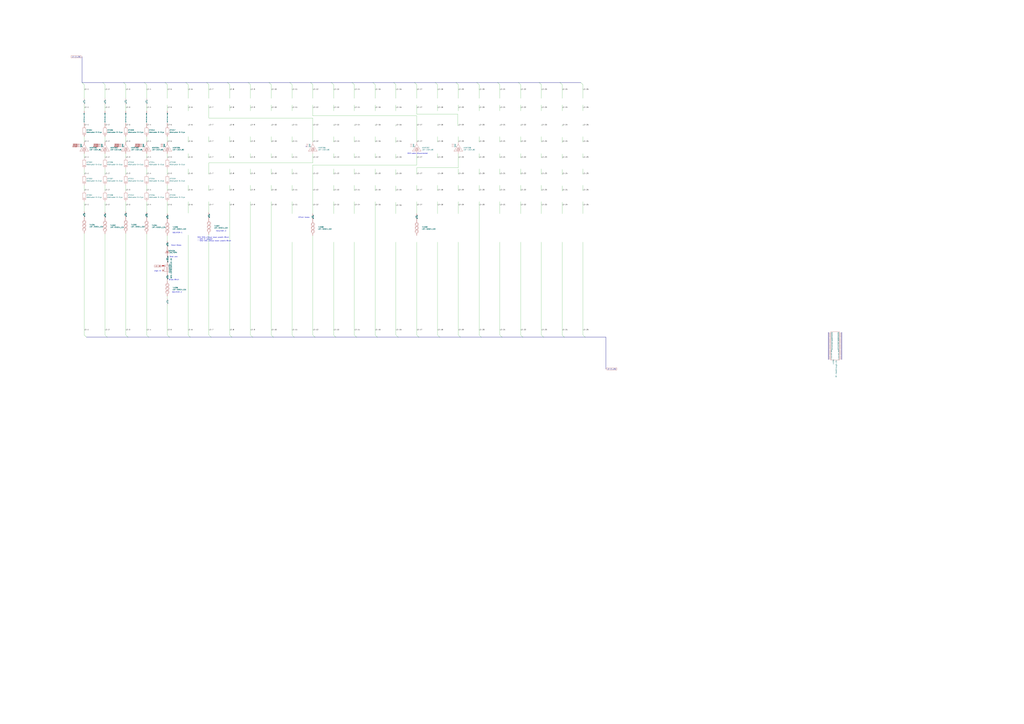
<source format=kicad_sch>
(kicad_sch (version 20230121) (generator eeschema)
  (paper "A0")
  (lib_symbols
    (symbol "Quantum Computing:Attenuator 0-Cryo" (on_board no)
      (property "Reference" "ATT" (at 2.54 1.27 0))
      (property "Value" "Attenuator 0-Cryo" (at 2.54 -1.27 0))
      (symbol "Attenuator 0-Cryo_1_1"
        (pin bidirectional line (at 0 -6.35 90) (length 2.54) (name "") (number ""))
        (pin bidirectional line (at 0 6.35 270) (length 2.54) (name "") (number ""))
      )
    )
    (symbol "Quantum Computing:COAX-6FT"
      (property "Reference" "L:" (at 0 0.635 0))
      (property "Value" "COAX-6FT" (at 0 -0.635 0))
      (symbol "COAX-6FT_1_1"
        (pin bidirectional line (at -3.81 0 0) (length 2.54) (name "") (number ""))
        (pin bidirectional line (at 3.81 0 180) (length 2.54) (name "") (number ""))
      )
    )
    (symbol "Quantum Computing:LNF-ISISC4_12A" (on_board no)
      (property "Reference" "TJI" (at 6.096 1.016 0))
      (property "Value" "LNF-ISISC4_12A" (at 6.096 -1.27 0))
      (symbol "LNF-ISISC4_12A_1_1"
        (pin input line (at 0 -8.89 90) (length 2.54) (name "") (number ""))
        (pin output line (at 0 8.89 270) (length 2.54) (name "") (number ""))
      )
    )
    (symbol "Quantum Computing:LNF-LNC4_8C" (on_board no)
      (property "Reference" "HEMT" (at 6.096 1.016 0))
      (property "Value" "LNF-LNC4_8C" (at 6.096 -1.27 0))
      (symbol "LNF-LNC4_8C_0_0"
        (text "HEMT" (at 0 -1.524 0) (effects (font (size 1.27 1.27))))
        (text "LNA" (at 0 0.508 0) (effects (font (size 1.27 1.27))))
      )
      (symbol "LNF-LNC4_8C_1_1"
        (pin input line (at 0 -5.715 90) (length 2.54) (name "") (number ""))
        (pin output line (at 0 7.62 270) (length 2.54) (name "") (number ""))
        (pin power_in line (at -7.62 3.81 0) (length 2.54) (name "Vd") (number ""))
        (pin power_in line (at -7.62 5.08 0) (length 2.54) (name "Vg") (number ""))
        (pin power_in line (at -7.62 2.54 0) (length 2.54) (name "gnd") (number ""))
      )
    )
    (symbol "Quantum Computing:NbTi-RF-line"
      (property "Reference" "LX-X" (at 3.81 0 0))
      (property "Value" "NbTi-RF-line" (at -1.905 0 0))
      (symbol "NbTi-RF-line_1_1"
        (pin bidirectional line (at -8.255 0 0) (length 2.54) (name "") (number ""))
        (pin bidirectional line (at 8.255 0 180) (length 2.54) (name "") (number ""))
      )
    )
    (symbol "Quantum Computing:QMC-CRYOCOUPLER-20"
      (property "Reference" "Coupler" (at 0 -2.54 0))
      (property "Value" "QMC-CRYOCOUPLER-20" (at 0 -4.445 0))
      (symbol "QMC-CRYOCOUPLER-20_0_0"
        (text "50Ω" (at 2.54 5.08 0) (effects (font (size 0.7 0.7))))
      )
      (symbol "QMC-CRYOCOUPLER-20_1_1"
        (pin input line (at -6.35 0 0) (length 2.54) (name "") (number ""))
        (pin output line (at 6.35 0 180) (length 2.54) (name "") (number ""))
        (pin passive line (at -2.54 6.35 270) (length 2.54) (name "") (number "20dB"))
      )
    )
    (symbol "Quantum Computing:RF-Feedthrough-25"
      (property "Reference" "LX" (at -18.415 1.905 0))
      (property "Value" "RF-Feedthrough-25" (at -26.67 -1.27 0))
      (symbol "RF-Feedthrough-25_1_1"
        (pin bidirectional line (at -15.24 -7.62 90) (length 2.54) (name "1") (number ""))
        (pin bidirectional line (at -15.24 7.62 270) (length 2.54) (name "1") (number ""))
        (pin bidirectional line (at -3.81 -7.62 90) (length 2.54) (name "10") (number ""))
        (pin bidirectional line (at -3.81 7.62 270) (length 2.54) (name "10") (number ""))
        (pin bidirectional line (at -2.54 -7.62 90) (length 2.54) (name "11") (number ""))
        (pin bidirectional line (at -2.54 7.62 270) (length 2.54) (name "11") (number ""))
        (pin bidirectional line (at -1.27 -7.62 90) (length 2.54) (name "12") (number ""))
        (pin bidirectional line (at -1.27 7.62 270) (length 2.54) (name "12") (number ""))
        (pin bidirectional line (at 0 -7.62 90) (length 2.54) (name "13") (number ""))
        (pin bidirectional line (at 0 7.62 270) (length 2.54) (name "13") (number ""))
        (pin bidirectional line (at 1.27 -7.62 90) (length 2.54) (name "14") (number ""))
        (pin bidirectional line (at 1.27 7.62 270) (length 2.54) (name "14") (number ""))
        (pin bidirectional line (at 2.54 -7.62 90) (length 2.54) (name "15") (number ""))
        (pin bidirectional line (at 2.54 7.62 270) (length 2.54) (name "15") (number ""))
        (pin bidirectional line (at 3.81 -7.62 90) (length 2.54) (name "16") (number ""))
        (pin bidirectional line (at 3.81 7.62 270) (length 2.54) (name "16") (number ""))
        (pin bidirectional line (at 5.08 -7.62 90) (length 2.54) (name "17") (number ""))
        (pin bidirectional line (at 5.08 7.62 270) (length 2.54) (name "17") (number ""))
        (pin bidirectional line (at 6.35 -7.62 90) (length 2.54) (name "18") (number ""))
        (pin bidirectional line (at 6.35 7.62 270) (length 2.54) (name "18") (number ""))
        (pin bidirectional line (at 7.62 -7.62 90) (length 2.54) (name "19") (number ""))
        (pin bidirectional line (at 7.62 7.62 270) (length 2.54) (name "19") (number ""))
        (pin bidirectional line (at -13.97 -7.62 90) (length 2.54) (name "2") (number ""))
        (pin bidirectional line (at -13.97 7.62 270) (length 2.54) (name "2") (number ""))
        (pin bidirectional line (at 8.89 -7.62 90) (length 2.54) (name "20") (number ""))
        (pin bidirectional line (at 8.89 7.62 270) (length 2.54) (name "20") (number ""))
        (pin bidirectional line (at 10.16 -7.62 90) (length 2.54) (name "21") (number ""))
        (pin bidirectional line (at 10.16 7.62 270) (length 2.54) (name "21") (number ""))
        (pin bidirectional line (at 11.43 -7.62 90) (length 2.54) (name "22") (number ""))
        (pin bidirectional line (at 11.43 7.62 270) (length 2.54) (name "22") (number ""))
        (pin bidirectional line (at 12.7 -7.62 90) (length 2.54) (name "23") (number ""))
        (pin bidirectional line (at 12.7 7.62 270) (length 2.54) (name "23") (number ""))
        (pin bidirectional line (at 13.97 -7.62 90) (length 2.54) (name "24") (number ""))
        (pin bidirectional line (at 13.97 7.62 270) (length 2.54) (name "24") (number ""))
        (pin bidirectional line (at 15.24 -7.62 90) (length 2.54) (name "25") (number ""))
        (pin bidirectional line (at 15.24 7.62 270) (length 2.54) (name "25") (number ""))
        (pin bidirectional line (at -12.7 -7.62 90) (length 2.54) (name "3") (number ""))
        (pin bidirectional line (at -12.7 7.62 270) (length 2.54) (name "3") (number ""))
        (pin bidirectional line (at -11.43 -7.62 90) (length 2.54) (name "4") (number ""))
        (pin bidirectional line (at -11.43 7.62 270) (length 2.54) (name "4") (number ""))
        (pin bidirectional line (at -10.16 -7.62 90) (length 2.54) (name "5") (number ""))
        (pin bidirectional line (at -10.16 7.62 270) (length 2.54) (name "5") (number ""))
        (pin bidirectional line (at -8.89 -7.62 90) (length 2.54) (name "6") (number ""))
        (pin bidirectional line (at -8.89 7.62 270) (length 2.54) (name "6") (number ""))
        (pin bidirectional line (at -7.62 -7.62 90) (length 2.54) (name "7") (number ""))
        (pin bidirectional line (at -7.62 7.62 270) (length 2.54) (name "7") (number ""))
        (pin bidirectional line (at -6.35 -7.62 90) (length 2.54) (name "8") (number ""))
        (pin bidirectional line (at -6.35 7.62 270) (length 2.54) (name "8") (number ""))
        (pin bidirectional line (at -5.08 -7.62 90) (length 2.54) (name "9") (number ""))
        (pin bidirectional line (at -5.08 7.62 270) (length 2.54) (name "9") (number ""))
      )
    )
    (symbol "Quantum Computing:SMA-SMA"
      (property "Reference" "L:" (at 0 0.635 0))
      (property "Value" "SMA-SMA" (at 0 -0.635 0))
      (symbol "SMA-SMA_1_1"
        (pin bidirectional line (at -3.81 0 0) (length 2.54) (name "") (number ""))
        (pin bidirectional line (at 3.81 0 180) (length 2.54) (name "") (number ""))
      )
    )
    (symbol "Quantum Computing:SMA-SMA_small"
      (property "Reference" "L:" (at 0 0.635 0))
      (property "Value" "SMA-SMA_small" (at 0 -0.635 0))
      (symbol "SMA-SMA_small_1_1"
        (pin bidirectional line (at -4.445 0 0) (length 2.54) (name "") (number ""))
        (pin bidirectional line (at 4.445 0 180) (length 2.54) (name "") (number ""))
      )
    )
    (symbol "Quantum Computing:SMA-SMP"
      (property "Reference" "L:" (at 0 0.635 0))
      (property "Value" "SMA-SMP" (at 0 -0.635 0))
      (symbol "SMA-SMP_1_1"
        (pin bidirectional line (at -3.81 0 0) (length 2.54) (name "") (number ""))
        (pin bidirectional line (at 3.81 0 180) (length 2.54) (name "") (number ""))
      )
    )
    (symbol "Quantum Computing:SW_TWPA"
      (property "Reference" "TWPA" (at 5.08 2.54 0))
      (property "Value" "SW_TWPA" (at 6.985 0.635 0))
      (symbol "SW_TWPA_0_0"
        (text "SW" (at 0 1.905 0) (effects (font (size 0.7 0.7))))
      )
      (symbol "SW_TWPA_1_1"
        (pin input line (at 0 -2.54 90) (length 2.54) (name "") (number ""))
        (pin output line (at 0 6.35 270) (length 2.54) (name "") (number ""))
      )
    )
  )
  (no_connect (at 962.025 401.955))
  (no_connect (at 962.025 398.145))
  (no_connect (at 977.265 408.305))
  (no_connect (at 977.265 386.715))
  (no_connect (at 962.025 407.035))
  (no_connect (at 977.265 414.655))
  (no_connect (at 962.025 386.715))
  (no_connect (at 962.025 399.415))
  (no_connect (at 977.265 403.225))
  (no_connect (at 962.025 409.575))
  (no_connect (at 977.265 389.255))
  (no_connect (at 962.025 405.765))
  (no_connect (at 977.265 395.605))
  (no_connect (at 962.025 393.065))
  (no_connect (at 977.265 396.875))
  (no_connect (at 962.025 413.385))
  (no_connect (at 962.025 396.875))
  (no_connect (at 977.265 409.575))
  (no_connect (at 977.265 387.985))
  (no_connect (at 977.265 404.495))
  (no_connect (at 962.025 389.255))
  (no_connect (at 962.025 410.845))
  (no_connect (at 962.025 414.655))
  (no_connect (at 977.265 410.845))
  (no_connect (at 977.265 393.065))
  (no_connect (at 977.265 412.115))
  (no_connect (at 977.265 390.525))
  (no_connect (at 977.265 394.335))
  (no_connect (at 962.025 408.305))
  (no_connect (at 962.025 403.225))
  (no_connect (at 962.025 391.795))
  (no_connect (at 977.265 399.415))
  (no_connect (at 977.265 407.035))
  (no_connect (at 962.025 387.985))
  (no_connect (at 977.265 413.385))
  (no_connect (at 962.025 395.605))
  (no_connect (at 962.025 394.335))
  (no_connect (at 962.025 404.495))
  (no_connect (at 962.025 417.195))
  (no_connect (at 977.265 398.145))
  (no_connect (at 355.6 170.18))
  (no_connect (at 962.025 415.925))
  (no_connect (at 977.265 405.765))
  (no_connect (at 962.025 412.115))
  (no_connect (at 977.265 415.925))
  (no_connect (at 977.265 400.685))
  (no_connect (at 962.025 390.525))
  (no_connect (at 962.025 400.685))
  (no_connect (at 977.265 391.795))
  (no_connect (at 977.265 401.955))
  (no_connect (at 977.265 417.195))
  (bus_entry (at 435.61 98.425) (size -2.54 -2.54))
  (bus_entry (at 97.79 98.425) (size -2.54 -2.54))
  (bus_entry (at 628.65 389.255) (size 2.54 2.54))
  (bus_entry (at 411.48 98.425) (size -2.54 -2.54))
  (bus_entry (at 194.31 98.425) (size -2.54 -2.54))
  (bus_entry (at 363.22 389.255) (size 2.54 2.54))
  (bus_entry (at 604.52 389.255) (size 2.54 2.54))
  (bus_entry (at 556.26 98.425) (size -2.54 -2.54))
  (bus_entry (at 170.18 98.425) (size -2.54 -2.54))
  (bus_entry (at 652.78 98.425) (size -2.54 -2.54))
  (bus_entry (at 290.83 389.255) (size 2.54 2.54))
  (bus_entry (at 411.48 389.255) (size 2.54 2.54))
  (bus_entry (at 532.13 389.255) (size 2.54 2.54))
  (bus_entry (at 339.09 389.255) (size 2.54 2.54))
  (bus_entry (at 339.09 98.425) (size -2.54 -2.54))
  (bus_entry (at 194.31 389.255) (size 2.54 2.54))
  (bus_entry (at 387.35 98.425) (size -2.54 -2.54))
  (bus_entry (at 218.44 389.255) (size 2.54 2.54))
  (bus_entry (at 363.22 98.425) (size -2.54 -2.54))
  (bus_entry (at 556.26 389.255) (size 2.54 2.54))
  (bus_entry (at 242.57 98.425) (size -2.54 -2.54))
  (bus_entry (at 459.74 389.255) (size 2.54 2.54))
  (bus_entry (at 290.83 98.425) (size -2.54 -2.54))
  (bus_entry (at 218.44 98.425) (size -2.54 -2.54))
  (bus_entry (at 580.39 389.255) (size 2.54 2.54))
  (bus_entry (at 266.7 389.255) (size 2.54 2.54))
  (bus_entry (at 459.74 98.425) (size -2.54 -2.54))
  (bus_entry (at 580.39 98.425) (size -2.54 -2.54))
  (bus_entry (at 146.05 98.425) (size -2.54 -2.54))
  (bus_entry (at 121.92 98.425) (size -2.54 -2.54))
  (bus_entry (at 242.57 389.255) (size 2.54 2.54))
  (bus_entry (at 483.87 389.255) (size 2.54 2.54))
  (bus_entry (at 676.91 98.425) (size -2.54 -2.54))
  (bus_entry (at 628.65 98.425) (size -2.54 -2.54))
  (bus_entry (at 170.18 389.255) (size 2.54 2.54))
  (bus_entry (at 314.96 389.255) (size 2.54 2.54))
  (bus_entry (at 314.96 98.425) (size -2.54 -2.54))
  (bus_entry (at 652.78 389.255) (size 2.54 2.54))
  (bus_entry (at 435.61 389.255) (size 2.54 2.54))
  (bus_entry (at 146.05 389.255) (size 2.54 2.54))
  (bus_entry (at 266.7 98.425) (size -2.54 -2.54))
  (bus_entry (at 532.13 98.425) (size -2.54 -2.54))
  (bus_entry (at 97.79 389.255) (size 2.54 2.54))
  (bus_entry (at 508 98.425) (size -2.54 -2.54))
  (bus_entry (at 121.92 389.255) (size 2.54 2.54))
  (bus_entry (at 508 389.255) (size 2.54 2.54))
  (bus_entry (at 387.35 389.255) (size 2.54 2.54))
  (bus_entry (at 604.52 98.425) (size -2.54 -2.54))
  (bus_entry (at 483.87 98.425) (size -2.54 -2.54))
  (bus_entry (at 676.91 389.255) (size 2.54 2.54))
  (wire (pts (xy 121.92 121.92) (xy 121.92 128.905)))
  (bus (pts (xy 191.77 95.885) (xy 167.64 95.885)))
  (wire (pts (xy 556.26 234.315) (xy 556.26 389.255)))
  (bus (pts (xy 414.02 391.795) (xy 438.15 391.795)))
  (wire (pts (xy 194.31 98.425) (xy 194.31 114.3)))
  (wire (pts (xy 652.78 196.85) (xy 652.78 203.2)))
  (wire (pts (xy 121.92 234.315) (xy 121.92 246.38)))
  (wire (pts (xy 676.91 158.75) (xy 676.91 165.1)))
  (wire (pts (xy 652.78 98.425) (xy 652.78 114.3)))
  (wire (pts (xy 628.65 121.92) (xy 628.65 128.905)))
  (wire (pts (xy 531.495 132.715) (xy 531.495 146.05)))
  (bus (pts (xy 360.68 95.885) (xy 336.55 95.885)))
  (wire (pts (xy 363.22 98.425) (xy 363.22 114.3)))
  (bus (pts (xy 389.89 391.795) (xy 414.02 391.795)))
  (bus (pts (xy 582.93 391.795) (xy 607.06 391.795)))
  (wire (pts (xy 676.91 178.435) (xy 676.91 183.515)))
  (bus (pts (xy 220.98 391.795) (xy 245.11 391.795)))
  (bus (pts (xy 143.51 95.885) (xy 119.38 95.885)))
  (wire (pts (xy 97.79 158.75) (xy 97.79 165.1)))
  (wire (pts (xy 314.96 145.415) (xy 314.96 146.05)))
  (bus (pts (xy 457.2 95.885) (xy 433.07 95.885)))
  (wire (pts (xy 170.18 271.78) (xy 170.18 389.255)))
  (wire (pts (xy 218.44 196.215) (xy 218.44 202.565)))
  (wire (pts (xy 508 281.305) (xy 508 389.255)))
  (wire (pts (xy 242.57 145.415) (xy 242.57 146.05)))
  (wire (pts (xy 411.48 281.305) (xy 411.48 389.255)))
  (wire (pts (xy 676.91 215.265) (xy 676.91 221.615)))
  (wire (pts (xy 676.91 145.415) (xy 676.91 146.05)))
  (wire (pts (xy 314.96 158.75) (xy 314.96 165.1)))
  (wire (pts (xy 459.74 159.385) (xy 459.74 165.735)))
  (wire (pts (xy 628.65 158.75) (xy 628.65 165.1)))
  (bus (pts (xy 408.94 95.885) (xy 384.81 95.885)))
  (wire (pts (xy 97.79 121.92) (xy 97.79 128.905)))
  (bus (pts (xy 341.63 391.795) (xy 365.76 391.795)))
  (wire (pts (xy 387.35 98.425) (xy 387.35 114.3)))
  (bus (pts (xy 215.9 95.885) (xy 191.77 95.885)))
  (wire (pts (xy 387.35 281.305) (xy 387.35 389.255)))
  (wire (pts (xy 483.87 121.92) (xy 483.87 132.715)))
  (wire (pts (xy 459.74 98.425) (xy 459.74 114.3)))
  (wire (pts (xy 146.05 215.265) (xy 146.05 221.615)))
  (wire (pts (xy 604.52 196.215) (xy 604.52 202.565)))
  (bus (pts (xy 534.67 391.795) (xy 558.8 391.795)))
  (wire (pts (xy 290.83 178.435) (xy 290.83 183.515)))
  (wire (pts (xy 170.18 215.265) (xy 170.18 221.615)))
  (wire (pts (xy 556.26 158.75) (xy 556.26 165.1)))
  (bus (pts (xy 505.46 95.885) (xy 481.33 95.885)))
  (wire (pts (xy 483.87 132.715) (xy 531.495 132.715)))
  (wire (pts (xy 435.61 121.92) (xy 435.61 128.905)))
  (wire (pts (xy 411.48 121.92) (xy 411.48 128.905)))
  (bus (pts (xy 433.07 95.885) (xy 408.94 95.885)))
  (wire (pts (xy 242.57 121.92) (xy 242.57 137.16)))
  (wire (pts (xy 194.31 234.315) (xy 194.31 248.285)))
  (wire (pts (xy 363.22 178.435) (xy 363.22 189.23)))
  (wire (pts (xy 604.52 281.305) (xy 604.52 389.255)))
  (wire (pts (xy 676.91 98.425) (xy 676.91 114.3)))
  (wire (pts (xy 411.48 215.265) (xy 411.48 221.615)))
  (wire (pts (xy 628.65 234.315) (xy 628.65 248.285)))
  (wire (pts (xy 339.09 145.415) (xy 339.09 146.05)))
  (wire (pts (xy 387.35 234.315) (xy 387.35 248.285)))
  (wire (pts (xy 508 121.92) (xy 508 128.905)))
  (wire (pts (xy 628.65 98.425) (xy 628.65 114.3)))
  (bus (pts (xy 577.85 95.885) (xy 553.72 95.885)))
  (wire (pts (xy 604.52 98.425) (xy 604.52 114.3)))
  (wire (pts (xy 97.79 215.265) (xy 97.79 221.615)))
  (bus (pts (xy 245.11 391.795) (xy 269.24 391.795)))
  (wire (pts (xy 97.79 145.415) (xy 97.79 146.05)))
  (wire (pts (xy 266.7 178.435) (xy 266.7 183.515)))
  (bus (pts (xy 486.41 391.795) (xy 510.54 391.795)))
  (bus (pts (xy 679.45 391.795) (xy 703.58 391.795)))
  (wire (pts (xy 411.48 145.415) (xy 411.48 146.05)))
  (wire (pts (xy 121.92 196.215) (xy 121.92 202.565)))
  (wire (pts (xy 266.7 215.265) (xy 266.7 221.615)))
  (wire (pts (xy 242.57 98.425) (xy 242.57 114.3)))
  (wire (pts (xy 532.13 121.92) (xy 532.13 128.905)))
  (wire (pts (xy 170.18 234.315) (xy 170.18 246.38)))
  (wire (pts (xy 580.39 121.92) (xy 580.39 128.905)))
  (wire (pts (xy 387.35 196.215) (xy 387.35 202.565)))
  (wire (pts (xy 652.78 121.92) (xy 652.78 128.905)))
  (wire (pts (xy 170.18 196.215) (xy 170.18 202.565)))
  (wire (pts (xy 532.13 281.305) (xy 532.13 389.255)))
  (wire (pts (xy 242.57 158.75) (xy 242.57 165.1)))
  (wire (pts (xy 387.35 215.265) (xy 387.35 221.615)))
  (wire (pts (xy 194.31 178.435) (xy 194.31 183.515)))
  (bus (pts (xy 626.11 95.885) (xy 601.98 95.885)))
  (wire (pts (xy 652.78 179.07) (xy 652.78 184.15)))
  (wire (pts (xy 121.92 145.415) (xy 121.92 146.05)))
  (wire (pts (xy 266.7 98.425) (xy 266.7 114.3)))
  (wire (pts (xy 290.83 234.315) (xy 290.83 389.255)))
  (bus (pts (xy 703.58 391.795) (xy 703.58 428.625)))
  (wire (pts (xy 218.44 178.435) (xy 218.44 183.515)))
  (wire (pts (xy 194.31 273.685) (xy 194.31 280.035)))
  (bus (pts (xy 312.42 95.885) (xy 288.29 95.885)))
  (wire (pts (xy 97.79 234.315) (xy 97.79 245.745)))
  (wire (pts (xy 580.39 178.435) (xy 580.39 183.515)))
  (wire (pts (xy 363.22 273.685) (xy 363.22 389.255)))
  (wire (pts (xy 459.74 145.415) (xy 459.74 146.685)))
  (wire (pts (xy 363.22 137.16) (xy 363.22 165.1)))
  (wire (pts (xy 652.78 145.415) (xy 652.78 146.685)))
  (bus (pts (xy 438.15 391.795) (xy 462.28 391.795)))
  (wire (pts (xy 532.13 145.415) (xy 532.13 146.05)))
  (wire (pts (xy 314.96 196.215) (xy 314.96 202.565)))
  (wire (pts (xy 676.91 121.92) (xy 676.91 128.905)))
  (wire (pts (xy 628.65 215.265) (xy 628.65 221.615)))
  (wire (pts (xy 266.7 158.75) (xy 266.7 165.1)))
  (wire (pts (xy 121.92 158.75) (xy 121.92 165.1)))
  (wire (pts (xy 435.61 196.215) (xy 435.61 202.565)))
  (wire (pts (xy 218.44 234.315) (xy 218.44 247.65)))
  (wire (pts (xy 387.35 178.435) (xy 387.35 183.515)))
  (wire (pts (xy 218.44 145.415) (xy 218.44 146.05)))
  (bus (pts (xy 553.72 95.885) (xy 529.59 95.885)))
  (wire (pts (xy 194.31 354.33) (xy 194.31 389.255)))
  (wire (pts (xy 97.79 271.145) (xy 97.79 389.255)))
  (wire (pts (xy 580.39 158.75) (xy 580.39 165.1)))
  (wire (pts (xy 314.96 98.425) (xy 314.96 114.3)))
  (wire (pts (xy 170.18 145.415) (xy 170.18 146.05)))
  (wire (pts (xy 218.44 121.92) (xy 218.44 128.905)))
  (wire (pts (xy 604.52 234.315) (xy 604.52 248.285)))
  (wire (pts (xy 97.79 196.215) (xy 97.79 202.565)))
  (bus (pts (xy 196.85 391.795) (xy 220.98 391.795)))
  (wire (pts (xy 242.57 189.23) (xy 363.22 189.23)))
  (wire (pts (xy 556.26 196.215) (xy 556.26 202.565)))
  (wire (pts (xy 435.61 234.315) (xy 435.61 389.255)))
  (wire (pts (xy 604.52 215.265) (xy 604.52 221.615)))
  (wire (pts (xy 435.61 215.265) (xy 435.61 221.615)))
  (wire (pts (xy 290.83 215.265) (xy 290.83 221.615)))
  (wire (pts (xy 459.74 215.9) (xy 459.74 222.25)))
  (wire (pts (xy 170.18 98.425) (xy 170.18 114.3)))
  (wire (pts (xy 339.09 281.305) (xy 339.09 389.255)))
  (bus (pts (xy 674.37 95.885) (xy 650.24 95.885)))
  (wire (pts (xy 363.22 191.77) (xy 483.87 191.77)))
  (wire (pts (xy 242.57 215.265) (xy 242.57 221.615)))
  (bus (pts (xy 95.25 95.885) (xy 95.25 66.04)))
  (bus (pts (xy 119.38 95.885) (xy 95.25 95.885)))
  (wire (pts (xy 218.44 158.75) (xy 218.44 165.1)))
  (wire (pts (xy 604.52 145.415) (xy 604.52 146.05)))
  (bus (pts (xy 365.76 391.795) (xy 389.89 391.795)))
  (wire (pts (xy 604.52 121.92) (xy 604.52 128.905)))
  (wire (pts (xy 146.05 178.435) (xy 146.05 183.515)))
  (wire (pts (xy 146.05 158.75) (xy 146.05 165.1)))
  (wire (pts (xy 146.05 271.145) (xy 146.05 389.255)))
  (wire (pts (xy 242.57 234.315) (xy 242.57 247.015)))
  (wire (pts (xy 652.78 281.305) (xy 652.78 389.255)))
  (wire (pts (xy 435.61 98.425) (xy 435.61 114.3)))
  (wire (pts (xy 628.65 281.305) (xy 628.65 389.255)))
  (wire (pts (xy 435.61 145.415) (xy 435.61 146.05)))
  (wire (pts (xy 242.57 178.435) (xy 242.57 183.515)))
  (wire (pts (xy 483.87 194.945) (xy 532.13 194.945)))
  (wire (pts (xy 652.78 159.385) (xy 652.78 165.735)))
  (wire (pts (xy 435.61 178.435) (xy 435.61 183.515)))
  (wire (pts (xy 146.05 98.425) (xy 146.05 114.3)))
  (bus (pts (xy 167.64 95.885) (xy 143.51 95.885)))
  (bus (pts (xy 172.72 391.795) (xy 196.85 391.795)))
  (wire (pts (xy 580.39 281.305) (xy 580.39 389.255)))
  (wire (pts (xy 194.31 145.415) (xy 194.31 146.05)))
  (bus (pts (xy 607.06 391.795) (xy 631.19 391.795)))
  (wire (pts (xy 387.35 145.415) (xy 387.35 146.05)))
  (bus (pts (xy 481.33 95.885) (xy 457.2 95.885)))
  (wire (pts (xy 556.26 121.92) (xy 556.26 128.905)))
  (bus (pts (xy 317.5 391.795) (xy 341.63 391.795)))
  (wire (pts (xy 146.05 234.315) (xy 146.05 245.745)))
  (wire (pts (xy 435.61 158.75) (xy 435.61 165.1)))
  (wire (pts (xy 483.87 134.62) (xy 483.87 165.1)))
  (wire (pts (xy 508 158.75) (xy 508 165.1)))
  (bus (pts (xy 384.81 95.885) (xy 360.68 95.885)))
  (wire (pts (xy 339.09 215.265) (xy 339.09 221.615)))
  (wire (pts (xy 146.05 196.215) (xy 146.05 202.565)))
  (wire (pts (xy 508 215.265) (xy 508 221.615)))
  (wire (pts (xy 290.83 196.215) (xy 290.83 202.565)))
  (wire (pts (xy 121.92 271.78) (xy 121.92 389.255)))
  (wire (pts (xy 556.26 145.415) (xy 556.26 146.05)))
  (wire (pts (xy 556.26 215.265) (xy 556.26 221.615)))
  (wire (pts (xy 459.74 179.07) (xy 459.74 184.15)))
  (wire (pts (xy 339.09 121.92) (xy 339.09 128.905)))
  (wire (pts (xy 290.83 98.425) (xy 290.83 114.3)))
  (wire (pts (xy 242.57 272.415) (xy 242.57 389.255)))
  (bus (pts (xy 293.37 391.795) (xy 317.5 391.795)))
  (wire (pts (xy 290.83 158.75) (xy 290.83 165.1)))
  (wire (pts (xy 290.83 145.415) (xy 290.83 146.05)))
  (wire (pts (xy 242.57 137.16) (xy 363.22 137.16)))
  (wire (pts (xy 121.92 215.265) (xy 121.92 221.615)))
  (wire (pts (xy 483.87 234.315) (xy 483.87 248.285)))
  (wire (pts (xy 146.05 145.415) (xy 146.05 146.05)))
  (wire (pts (xy 266.7 145.415) (xy 266.7 146.05)))
  (wire (pts (xy 387.35 121.92) (xy 387.35 128.905)))
  (bus (pts (xy 240.03 95.885) (xy 215.9 95.885)))
  (wire (pts (xy 121.92 98.425) (xy 121.92 114.3)))
  (wire (pts (xy 628.65 145.415) (xy 628.65 146.05)))
  (wire (pts (xy 339.09 178.435) (xy 339.09 183.515)))
  (bus (pts (xy 631.19 391.795) (xy 655.32 391.795)))
  (wire (pts (xy 628.65 196.215) (xy 628.65 202.565)))
  (wire (pts (xy 652.78 215.9) (xy 652.78 222.25)))
  (wire (pts (xy 170.18 158.75) (xy 170.18 165.1)))
  (wire (pts (xy 532.13 215.265) (xy 532.13 221.615)))
  (bus (pts (xy 529.59 95.885) (xy 505.46 95.885)))
  (wire (pts (xy 314.96 215.265) (xy 314.96 221.615)))
  (wire (pts (xy 411.48 98.425) (xy 411.48 114.3)))
  (wire (pts (xy 411.48 178.435) (xy 411.48 183.515)))
  (wire (pts (xy 459.74 234.95) (xy 459.74 248.285)))
  (bus (pts (xy 269.24 391.795) (xy 293.37 391.795)))
  (bus (pts (xy 510.54 391.795) (xy 534.67 391.795)))
  (wire (pts (xy 339.09 158.75) (xy 339.09 165.1)))
  (wire (pts (xy 242.57 189.23) (xy 242.57 202.565)))
  (wire (pts (xy 532.13 234.315) (xy 532.13 248.285)))
  (wire (pts (xy 339.09 234.315) (xy 339.09 248.285)))
  (wire (pts (xy 532.13 158.75) (xy 532.13 165.1)))
  (wire (pts (xy 387.35 158.75) (xy 387.35 165.1)))
  (wire (pts (xy 411.48 158.75) (xy 411.48 165.1)))
  (wire (pts (xy 339.09 196.215) (xy 339.09 202.565)))
  (wire (pts (xy 483.87 281.305) (xy 483.87 389.255)))
  (wire (pts (xy 194.31 325.755) (xy 194.31 326.39)))
  (wire (pts (xy 483.87 194.945) (xy 483.87 202.565)))
  (wire (pts (xy 411.48 196.215) (xy 411.48 202.565)))
  (wire (pts (xy 556.26 178.435) (xy 556.26 183.515)))
  (wire (pts (xy 314.96 234.315) (xy 314.96 389.255)))
  (wire (pts (xy 97.79 98.425) (xy 97.79 114.3)))
  (wire (pts (xy 483.87 98.425) (xy 483.87 114.3)))
  (wire (pts (xy 194.31 196.215) (xy 194.31 202.565)))
  (wire (pts (xy 483.87 215.265) (xy 483.87 221.615)))
  (wire (pts (xy 483.87 178.435) (xy 483.87 191.77)))
  (wire (pts (xy 97.79 178.435) (xy 97.79 183.515)))
  (wire (pts (xy 604.52 158.75) (xy 604.52 165.1)))
  (wire (pts (xy 170.18 178.435) (xy 170.18 183.515)))
  (bus (pts (xy 336.55 95.885) (xy 312.42 95.885)))
  (wire (pts (xy 580.39 196.215) (xy 580.39 202.565)))
  (wire (pts (xy 508 98.425) (xy 508 114.3)))
  (wire (pts (xy 508 234.315) (xy 508 248.285)))
  (bus (pts (xy 124.46 391.795) (xy 148.59 391.795)))
  (wire (pts (xy 532.13 178.435) (xy 532.13 194.945)))
  (wire (pts (xy 580.39 145.415) (xy 580.39 146.05)))
  (wire (pts (xy 532.13 196.215) (xy 532.13 202.565)))
  (bus (pts (xy 655.32 391.795) (xy 679.45 391.795)))
  (wire (pts (xy 170.18 121.92) (xy 170.18 128.905)))
  (bus (pts (xy 148.59 391.795) (xy 172.72 391.795)))
  (wire (pts (xy 459.74 196.85) (xy 459.74 203.2)))
  (wire (pts (xy 146.05 121.92) (xy 146.05 128.905)))
  (wire (pts (xy 676.91 281.305) (xy 676.91 389.255)))
  (wire (pts (xy 266.7 121.92) (xy 266.7 128.905)))
  (wire (pts (xy 676.91 234.315) (xy 676.91 248.285)))
  (wire (pts (xy 194.31 121.92) (xy 194.31 128.905)))
  (wire (pts (xy 363.22 191.77) (xy 363.22 248.285)))
  (wire (pts (xy 459.74 121.92) (xy 459.74 128.905)))
  (wire (pts (xy 218.44 273.05) (xy 218.44 389.255)))
  (wire (pts (xy 580.39 234.315) (xy 580.39 248.285)))
  (bus (pts (xy 264.16 95.885) (xy 240.03 95.885)))
  (bus (pts (xy 558.8 391.795) (xy 582.93 391.795)))
  (wire (pts (xy 459.74 281.305) (xy 459.74 389.255)))
  (wire (pts (xy 314.96 121.92) (xy 314.96 128.905)))
  (wire (pts (xy 532.13 98.425) (xy 532.13 114.3)))
  (wire (pts (xy 652.78 234.95) (xy 652.78 248.285)))
  (wire (pts (xy 628.65 178.435) (xy 628.65 183.515)))
  (wire (pts (xy 339.09 98.425) (xy 339.09 114.3)))
  (wire (pts (xy 508 145.415) (xy 508 146.05)))
  (wire (pts (xy 290.83 121.92) (xy 290.83 128.905)))
  (wire (pts (xy 194.31 215.265) (xy 194.31 221.615)))
  (wire (pts (xy 411.48 234.315) (xy 411.48 248.285)))
  (wire (pts (xy 218.44 98.425) (xy 218.44 114.3)))
  (bus (pts (xy 100.33 391.795) (xy 124.46 391.795)))
  (wire (pts (xy 676.91 196.215) (xy 676.91 202.565)))
  (wire (pts (xy 266.7 234.315) (xy 266.7 389.255)))
  (wire (pts (xy 194.31 158.75) (xy 194.31 165.1)))
  (bus (pts (xy 601.98 95.885) (xy 577.85 95.885)))
  (wire (pts (xy 508 178.435) (xy 508 183.515)))
  (bus (pts (xy 288.29 95.885) (xy 264.16 95.885)))
  (wire (pts (xy 556.26 98.425) (xy 556.26 114.3)))
  (wire (pts (xy 363.22 121.92) (xy 363.22 134.62)))
  (wire (pts (xy 580.39 98.425) (xy 580.39 114.3)))
  (wire (pts (xy 363.22 134.62) (xy 483.87 134.62)))
  (wire (pts (xy 194.31 344.17) (xy 194.31 346.71)))
  (wire (pts (xy 218.44 215.265) (xy 218.44 221.615)))
  (bus (pts (xy 462.28 391.795) (xy 486.41 391.795)))
  (wire (pts (xy 121.92 178.435) (xy 121.92 183.515)))
  (wire (pts (xy 314.96 178.435) (xy 314.96 183.515)))
  (bus (pts (xy 650.24 95.885) (xy 626.11 95.885)))
  (wire (pts (xy 580.39 215.265) (xy 580.39 221.615)))
  (wire (pts (xy 604.52 178.435) (xy 604.52 183.515)))
  (wire (pts (xy 266.7 196.215) (xy 266.7 202.565)))
  (text "SMA-SMA without black plastic 8inch \n- SMA FF adaptor \n- SMA-SMA without black plastic 8inch" (at 229.235 280.67 0) (effects (font (size 1.27 1.27)) (justify left bottom)))
  (text "ISOLATOR-1\n" (at 200.025 271.145 0) (effects (font (size 1.27 1.27)) (justify left bottom)))
  (text "Steel one\n" (at 196.85 299.085 0) (effects (font (size 1.27 1.27)) (justify left bottom)))
  (text "argo-11\n" (at 179.07 315.595 0) (effects (font (size 1.27 1.27)) (justify left bottom)))
  (text "12inch-brass" (at 346.075 253.365 0) (effects (font (size 1.27 1.27)) (justify left bottom)))
  (text "Brass 8inch" (at 196.215 325.755 0) (effects (font (size 1.27 1.27)) (justify left bottom)))
  (text "Small Brass" (at 198.755 285.75 0) (effects (font (size 1.27 1.27)) (justify left bottom)))
  (text "ISOLATOR-2\n\n" (at 199.39 342.265 0) (effects (font (size 1.27 1.27)) (justify left bottom)))
  (text "GND cable disconnected" (at 473.075 179.07 0) (effects (font (size 1.27 1.27)) (justify left bottom)))
  (text "ISOLATOR-3" (at 250.825 269.24 0) (effects (font (size 1.27 1.27)) (justify left bottom)))
  (label "L2-13" (at 387.35 221.615 0))
  (label "L2-9" (at 290.83 146.05 0))
  (label "L2-7" (at 242.57 221.615 0))
  (label "L2-7" (at 242.57 125.73 0))
  (label "L2-7" (at 242.57 183.515 0))
  (label "L2-11" (at 339.09 384.175 0))
  (label "L2-22" (at 604.52 238.76 0))
  (label "L2-10" (at 314.96 202.565 0))
  (label "L2-11" (at 339.09 146.05 0))
  (label "L2-18" (at 508 202.565 0))
  (label "L2-13" (at 387.35 183.515 0))
  (label "L2-3" (at 146.05 146.05 0))
  (label "L2-22" (at 604.52 221.615 0))
  (label "L2-8" (at 266.7 125.73 0))
  (label "L2-13" (at 387.35 238.76 0))
  (label "L2-1" (at 97.79 221.615 0))
  (label "L2-10" (at 314.96 183.515 0))
  (label "L2-24" (at 652.78 165.1 0))
  (label "L2-23" (at 628.65 221.615 0))
  (label "L2-12" (at 363.22 125.73 0))
  (label "L2-11" (at 339.09 104.775 0))
  (label "L2-13" (at 387.35 384.175 0))
  (label "L2-22" (at 604.52 183.515 0))
  (label "L2-2" (at 121.92 104.775 0))
  (label "L2-17" (at 483.87 146.05 0))
  (label "L2-11" (at 339.09 125.73 0))
  (label "L2-1" (at 97.79 104.775 0))
  (label "L2-4" (at 170.18 384.175 0))
  (label "L2-14" (at 411.48 104.775 0))
  (label "L2-19" (at 532.13 104.775 0))
  (label "L2-1" (at 97.79 165.1 0))
  (label "L2-19" (at 532.13 165.1 0))
  (label "L2-17" (at 483.87 165.1 0))
  (label "L2-12" (at 363.22 238.76 0))
  (label "L2-13" (at 387.35 104.775 0))
  (label "L2-20" (at 556.26 202.565 0))
  (label "L2-14" (at 411.48 238.76 0))
  (label "L2-15" (at 435.61 125.73 0))
  (label "L2-19" (at 532.13 202.565 0))
  (label "L2-23" (at 628.65 104.775 0))
  (label "L2-19" (at 532.13 183.515 0))
  (label "L2-8" (at 266.7 104.775 0))
  (label "L2-10" (at 314.96 146.05 0))
  (label "L2-9" (at 290.83 183.515 0))
  (label "L2-24" (at 652.78 146.05 0))
  (label "L2-13" (at 387.35 202.565 0))
  (label "L2-18" (at 508 104.775 0))
  (label "L2-10" (at 314.96 165.1 0))
  (label "L2-5" (at 194.31 221.615 0))
  (label "L2-6" (at 218.44 183.515 0))
  (label "L2-15" (at 435.61 238.76 0))
  (label "L2-18" (at 508 146.05 0))
  (label "L2-20" (at 556.26 238.76 0))
  (label "L2-12" (at 363.22 221.615 0))
  (label "L2-10" (at 314.96 221.615 0))
  (label "L2-2" (at 121.92 238.76 0))
  (label "L2-17" (at 483.87 202.565 0))
  (label "L2-18" (at 508 238.76 0))
  (label "L2-9" (at 290.83 202.565 0))
  (label "L2-1" (at 97.79 183.515 0))
  (label "L2-9" (at 290.83 238.76 0))
  (label "L2-24" (at 652.78 125.73 0))
  (label "L2-4" (at 170.18 221.615 0))
  (label "L2-9" (at 290.83 104.775 0))
  (label "L2-5" (at 194.31 202.565 0))
  (label "L2-15" (at 435.61 202.565 0))
  (label "L2-24" (at 652.78 202.565 0))
  (label "L2-25" (at 676.91 146.05 0))
  (label "L2-22" (at 604.52 104.775 0))
  (label "L2-5" (at 194.31 165.1 0))
  (label "L2-15" (at 435.61 384.175 0))
  (label "L2-5" (at 194.31 384.175 0))
  (label "L2-4" (at 170.18 104.775 0))
  (label "L2-14" (at 411.48 384.175 0))
  (label "L2-12" (at 363.22 384.175 0))
  (label "L2-22" (at 604.52 202.565 0))
  (label "L2-8" (at 266.7 146.05 0))
  (label "L2-12" (at 363.22 183.515 0))
  (label "L2-18" (at 508 384.175 0))
  (label "L2-14" (at 411.48 221.615 0))
  (label "L2-8" (at 266.7 221.615 0))
  (label "L2-17" (at 483.87 221.615 0))
  (label "L2-5" (at 194.31 146.05 0))
  (label "L2-11" (at 339.09 183.515 0))
  (label "L2-2" (at 121.92 165.1 0))
  (label "L2-5" (at 194.31 238.76 0))
  (label "L2-2" (at 121.92 202.565 0))
  (label "L2-4" (at 170.18 202.565 0))
  (label "L2-5" (at 194.31 125.73 0))
  (label "L2-1" (at 97.79 238.76 0))
  (label "L2-9" (at 290.83 125.73 0))
  (label "L2-20" (at 556.26 165.1 0))
  (label "L2-7" (at 242.57 104.775 0))
  (label "L2-6" (at 218.44 146.05 0))
  (label "L2-16" (at 459.74 146.05 0))
  (label "L2-6" (at 218.44 165.1 0))
  (label "L2-14" (at 411.48 165.1 0))
  (label "L2-17" (at 483.87 125.73 0))
  (label "L2-22" (at 604.52 384.175 0))
  (label "L2-16" (at 459.74 239.395 0))
  (label "L2-23" (at 628.65 146.05 0))
  (label "L2-25" (at 676.91 202.565 0))
  (label "L2-14" (at 411.48 125.73 0))
  (label "L2-16" (at 459.74 183.515 0))
  (label "L2-3" (at 146.05 165.1 0))
  (label "L2-13" (at 387.35 165.1 0))
  (label "L2-6" (at 218.44 221.615 0))
  (label "L2-11" (at 339.09 221.615 0))
  (label "L2-3" (at 146.05 384.175 0))
  (label "L2-1" (at 97.79 125.73 0))
  (label "L2-20" (at 556.26 146.05 0))
  (label "L2-23" (at 628.65 202.565 0))
  (label "L2-22" (at 604.52 146.05 0))
  (label "L2-4" (at 170.18 146.05 0))
  (label "L2-25" (at 676.91 384.175 0))
  (label "L2-16" (at 459.74 202.565 0))
  (label "L2-16" (at 459.74 384.175 0))
  (label "L2-23" (at 628.65 384.175 0))
  (label "L2-6" (at 218.44 238.76 0))
  (label "L2-1" (at 97.79 202.565 0))
  (label "L2-22" (at 604.52 165.1 0))
  (label "L2-23" (at 628.65 165.1 0))
  (label "L2-16" (at 459.74 125.73 0))
  (label "L2-13" (at 387.35 125.73 0))
  (label "L2-5" (at 194.31 104.775 0))
  (label "L2-8" (at 266.7 238.76 0))
  (label "L2-16" (at 459.74 165.1 0))
  (label "L2-25" (at 676.91 165.1 0))
  (label "L2-11" (at 339.09 202.565 0))
  (label "L2-22" (at 604.52 125.73 0))
  (label "L2-21" (at 580.39 202.565 0))
  (label "L2-6" (at 218.44 202.565 0))
  (label "L2-12" (at 363.22 146.05 0))
  (label "L2-17" (at 483.87 384.175 0))
  (label "L2-10" (at 314.96 104.775 0))
  (label "L2-10" (at 314.96 238.76 0))
  (label "L2-3" (at 146.05 221.615 0))
  (label "L2-21" (at 580.39 104.775 0))
  (label "L2-1" (at 97.79 384.175 0))
  (label "L2-23" (at 628.65 125.73 0))
  (label "L2-11" (at 339.09 165.1 0))
  (label "L2-19" (at 532.13 125.73 0))
  (label "L2-3" (at 146.05 238.76 0))
  (label "L2-19" (at 532.13 146.05 0))
  (label "L2-3" (at 146.05 202.565 0))
  (label "L2-21" (at 580.39 238.76 0))
  (label "L2-1" (at 97.79 146.05 0))
  (label "L2-18" (at 508 221.615 0))
  (label "L2-14" (at 411.48 146.05 0))
  (label "L2-16" (at 459.74 104.775 0))
  (label "L2-7" (at 242.57 384.175 0))
  (label "L2-10" (at 314.96 384.175 0))
  (label "L2-14" (at 411.48 183.515 0))
  (label "L2-25" (at 676.91 104.775 0))
  (label "L2-8" (at 266.7 165.1 0))
  (label "L2-24" (at 652.78 221.615 0))
  (label "L2-17" (at 483.87 183.515 0))
  (label "L2-21" (at 580.39 146.05 0))
  (label "L2-18" (at 508 125.73 0))
  (label "L2-21" (at 580.39 125.73 0))
  (label "L2-6" (at 218.44 384.175 0))
  (label "L2-20" (at 556.26 384.175 0))
  (label "L2-3" (at 146.05 125.73 0))
  (label "L2-7" (at 242.57 165.1 0))
  (label "L2-3" (at 146.05 104.775 0))
  (label "L2-8" (at 266.7 384.175 0))
  (label "L2-4" (at 170.18 165.1 0))
  (label "L2-21" (at 580.39 183.515 0))
  (label "L2-7" (at 242.57 238.76 0))
  (label "L2-24" (at 652.78 238.76 0))
  (label "L2-15" (at 435.61 165.1 0))
  (label "L2-8" (at 266.7 202.565 0))
  (label "L2-13" (at 387.35 146.05 0))
  (label "L2-4" (at 170.18 125.73 0))
  (label "L2-2" (at 121.92 146.05 0))
  (label "L2-2" (at 121.92 384.175 0))
  (label "L2-24" (at 652.78 104.775 0))
  (label "L2-2" (at 121.92 125.73 0))
  (label "L2-25" (at 676.91 183.515 0))
  (label "L2-15" (at 435.61 183.515 0))
  (label "L2-9" (at 290.83 165.1 0))
  (label "L2-6" (at 218.44 125.73 0))
  (label "L2-17" (at 483.87 238.76 0))
  (label "L2-19" (at 532.13 221.615 0))
  (label "L2-16" (at 459.74 221.615 0))
  (label "L2-11" (at 339.09 238.76 0))
  (label "L2-6" (at 218.44 104.775 0))
  (label "L2-12" (at 363.22 165.1 0))
  (label "L2-15" (at 435.61 146.05 0))
  (label "L2-10" (at 314.96 125.73 0))
  (label "L2-15" (at 435.61 104.775 0))
  (label "L2-20" (at 556.26 183.515 0))
  (label "L2-19" (at 532.13 384.175 0))
  (label "L2-9" (at 290.83 384.175 0))
  (label "L2-4" (at 170.18 183.515 0))
  (label "L2-25" (at 676.91 238.76 0))
  (label "L2-7" (at 242.57 202.565 0))
  (label "L2-17" (at 483.87 104.775 0))
  (label "L2-3" (at 146.05 183.515 0))
  (label "L2-20" (at 556.26 125.73 0))
  (label "L2-21" (at 580.39 221.615 0))
  (label "L2-8" (at 266.7 183.515 0))
  (label "L2-2" (at 121.92 221.615 0))
  (label "L2-18" (at 508 183.515 0))
  (label "L2-15" (at 435.61 221.615 0))
  (label "L2-7" (at 242.57 146.05 0))
  (label "L2-5" (at 194.31 183.515 0))
  (label "L2-23" (at 628.65 183.515 0))
  (label "L2-12" (at 363.22 104.775 0))
  (label "L2-24" (at 652.78 183.515 0))
  (label "L2-25" (at 676.91 221.615 0))
  (label "L2-19" (at 532.13 238.76 0))
  (label "L2-21" (at 580.39 165.1 0))
  (label "L2-25" (at 676.91 125.73 0))
  (label "L2-4" (at 170.18 238.76 0))
  (label "L2-23" (at 628.65 238.76 0))
  (label "L2-9" (at 290.83 221.615 0))
  (label "L2-24" (at 652.78 384.175 0))
  (label "L2-14" (at 411.48 202.565 0))
  (label "L2-2" (at 121.92 183.515 0))
  (label "L2-20" (at 556.26 104.775 0))
  (label "L2-20" (at 556.26 221.615 0))
  (label "L2-12" (at 363.22 202.565 0))
  (label "L2-18" (at 508 165.1 0))
  (label "L2-21" (at 580.39 384.175 0))
  (global_label "L2-4_gnd" (shape input) (at 162.56 170.18 180) (effects (font (size 0.64 0.64))) (property "Intersheetrefs" "${INTERSHEET_REFS}" (effects hide)))
  (global_label "L2-2_Vg" (shape input) (at 114.3 167.64 180) (effects (font (size 0.64 0.64))) (property "Intersheetrefs" "${INTERSHEET_REFS}" (effects hide)))
  (global_label "L2-[1..25]" (shape input) (at 703.58 428.625 0) (property "Intersheetrefs" "${INTERSHEET_REFS}" (effects hide)))
  (global_label "L2-2_Vd" (shape input) (at 90.17 168.91 180) (effects (font (size 0.64 0.64))) (property "Intersheetrefs" "${INTERSHEET_REFS}" (effects hide)))
  (global_label "L3-28" (shape input) (at 187.96 309.245 180) (property "Intersheetrefs" "${INTERSHEET_REFS}" (effects hide)))
  (global_label "L2-2_gnd" (shape input) (at 90.17 170.18 180) (effects (font (size 0.64 0.64))) (property "Intersheetrefs" "${INTERSHEET_REFS}" (effects hide)))
  (global_label "L2-2_Vd" (shape input) (at 138.43 168.91 180) (effects (font (size 0.64 0.64))) (property "Intersheetrefs" "${INTERSHEET_REFS}" (effects hide)))
  (global_label "L2-2_Vg" (shape input) (at 90.17 167.64 180) (effects (font (size 0.64 0.64))) (property "Intersheetrefs" "${INTERSHEET_REFS}" (effects hide)))
  (global_label "L2-2_gnd" (shape input) (at 138.43 170.18 180) (effects (font (size 0.64 0.64))) (property "Intersheetrefs" "${INTERSHEET_REFS}" (effects hide)))
  (global_label "L2-2_gnd" (shape input) (at 114.3 170.18 180) (effects (font (size 0.64 0.64))) (property "Intersheetrefs" "${INTERSHEET_REFS}" (effects hide)))
  (global_label "L2-[1..25]" (shape input) (at 95.25 66.04 180) (property "Intersheetrefs" "${INTERSHEET_REFS}" (effects hide)))
  (global_label "L2-2_Vd" (shape input) (at 114.3 168.91 180) (effects (font (size 0.64 0.64))) (property "Intersheetrefs" "${INTERSHEET_REFS}" (effects hide)))
  (global_label "L2-4_Vg" (shape input) (at 162.56 167.64 180) (effects (font (size 0.64 0.64))) (property "Intersheetrefs" "${INTERSHEET_REFS}" (effects hide)))
  (global_label "L2-2_Vg" (shape input) (at 138.43 167.64 180) (effects (font (size 0.64 0.64))) (property "Intersheetrefs" "${INTERSHEET_REFS}" (effects hide)))
  (global_label "L2-4_Vd" (shape input) (at 162.56 168.91 180) (effects (font (size 0.64 0.64))) (property "Intersheetrefs" "${INTERSHEET_REFS}" (effects hide)))
  (symbol (lib_id "Quantum Computing:Attenuator 0-Cryo") (at 170.18 227.965 0) (unit 1) (on_board no)
    (property "Reference" "ATT216" (at 172.72 226.695 0) (effects (justify left)))
    (property "Value" "Attenuator 0-Cryo" (at 172.72 229.235 0) (effects (justify left)))
  )
  (symbol (lib_id "Quantum Computing:LNF-LNC4_8C") (at 194.31 172.72 0) (unit 1) (on_board no)
    (property "Reference" "HEMT205" (at 200.406 171.704 0) (effects (justify left)))
    (property "Value" "LNF-LNC4_8C" (at 200.406 173.99 0) (effects (justify left)))
  )
  (symbol (lib_id "Quantum Computing:Attenuator 0-Cryo") (at 97.79 152.4 0) (unit 1) (on_board no)
    (property "Reference" "ATT201" (at 100.33 151.13 0) (effects (justify left)))
    (property "Value" "Attenuator 0-Cryo" (at 100.33 153.67 0) (effects (justify left)))
  )
  (symbol (lib_id "Quantum Computing:Attenuator 0-Cryo") (at 146.05 152.4 0) (unit 1) (on_board no)
    (property "Reference" "ATT209" (at 148.59 151.13 0) (effects (justify left)))
    (property "Value" "Attenuator 0-Cryo" (at 148.59 153.67 0) (effects (justify left)))
  )
  (symbol (lib_id "Quantum Computing:LNF-ISISC4_12A") (at 97.79 262.255 0) (unit 1) (on_board no)
    (property "Reference" "TJI201" (at 103.886 261.239 0) (effects (justify left)))
    (property "Value" "LNF-ISISC4_12A" (at 103.886 263.525 0) (effects (justify left)))
  )
  (symbol (lib_id "Quantum Computing:Attenuator 0-Cryo") (at 121.92 152.4 0) (unit 1) (on_board no)
    (property "Reference" "ATT205" (at 124.46 151.13 0) (effects (justify left)))
    (property "Value" "Attenuator 0-Cryo" (at 124.46 153.67 0) (effects (justify left)))
  )
  (symbol (lib_id "Quantum Computing:SMA-SMA") (at 194.31 321.945 90) (unit 1)
    (property "Reference" "L:212" (at 193.675 321.945 0) (effects (font (size 0.64 0.64))))
    (property "Value" "SMA-SMA" (at 194.945 321.945 0) (effects (font (size 0.64 0.64))))
  )
  (symbol (lib_id "Quantum Computing:LNF-ISISC4_12A") (at 170.18 262.89 0) (unit 1) (on_board no)
    (property "Reference" "TJI204" (at 176.276 261.874 0) (effects (justify left)))
    (property "Value" "LNF-ISISC4_12A" (at 176.276 264.16 0) (effects (justify left)))
  )
  (symbol (lib_id "Quantum Computing:LNF-ISISC4_12A") (at 363.22 264.795 0) (unit 1) (on_board no)
    (property "Reference" "TJI208" (at 369.316 263.779 0) (effects (justify left)))
    (property "Value" "LNF-ISISC4_12A" (at 369.316 266.065 0) (effects (justify left)))
  )
  (symbol (lib_id "Quantum Computing:COAX-6FT") (at 170.18 118.11 90) (unit 1)
    (property "Reference" "L:207" (at 169.545 118.11 0) (effects (font (size 0.64 0.64))))
    (property "Value" "COAX-6FT" (at 170.815 118.11 0) (effects (font (size 0.64 0.64))))
  )
  (symbol (lib_id "Quantum Computing:NbTi-RF-line") (at 121.92 137.16 90) (unit 1)
    (property "Reference" "LX-X202" (at 121.92 133.35 0) (effects (font (size 0.64 0.64))))
    (property "Value" "NbTi-RF-line" (at 121.92 139.065 0) (effects (font (size 0.64 0.64))))
  )
  (symbol (lib_id "Quantum Computing:RF-Feedthrough-25") (at 969.645 401.955 90) (unit 1)
    (property "Reference" "LX201" (at 967.74 420.37 0))
    (property "Value" "RF-Feedthrough-25" (at 970.915 428.625 0))
  )
  (symbol (lib_id "Quantum Computing:SMA-SMA") (at 363.22 252.095 90) (unit 1)
    (property "Reference" "L:215" (at 362.585 252.095 0) (effects (font (size 0.64 0.64))))
    (property "Value" "SMA-SMA" (at 363.855 252.095 0) (effects (font (size 0.64 0.64))))
  )
  (symbol (lib_id "Quantum Computing:COAX-6FT") (at 146.05 118.11 90) (unit 1)
    (property "Reference" "L:205" (at 145.415 118.11 0) (effects (font (size 0.64 0.64))))
    (property "Value" "COAX-6FT" (at 146.685 118.11 0) (effects (font (size 0.64 0.64))))
  )
  (symbol (lib_id "Quantum Computing:Attenuator 0-Cryo") (at 146.05 189.865 0) (unit 1) (on_board no)
    (property "Reference" "ATT210" (at 148.59 188.595 0) (effects (justify left)))
    (property "Value" "Attenuator 0-Cryo" (at 148.59 191.135 0) (effects (justify left)))
  )
  (symbol (lib_id "Quantum Computing:NbTi-RF-line") (at 146.05 137.16 90) (unit 1)
    (property "Reference" "LX-X203" (at 146.05 133.35 0) (effects (font (size 0.64 0.64))))
    (property "Value" "NbTi-RF-line" (at 146.05 139.065 0) (effects (font (size 0.64 0.64))))
  )
  (symbol (lib_id "Quantum Computing:COAX-6FT") (at 121.92 118.11 90) (unit 1)
    (property "Reference" "L:203" (at 121.285 118.11 0) (effects (font (size 0.64 0.64))))
    (property "Value" "COAX-6FT" (at 122.555 118.11 0) (effects (font (size 0.64 0.64))))
  )
  (symbol (lib_id "Quantum Computing:LNF-ISISC4_12A") (at 242.57 263.525 0) (unit 1) (on_board no)
    (property "Reference" "TJI207" (at 248.666 262.509 0) (effects (justify left)))
    (property "Value" "LNF-ISISC4_12A" (at 248.666 264.795 0) (effects (justify left)))
  )
  (symbol (lib_id "Quantum Computing:Attenuator 0-Cryo") (at 121.92 208.915 0) (unit 1) (on_board no)
    (property "Reference" "ATT207" (at 124.46 207.645 0) (effects (justify left)))
    (property "Value" "Attenuator 0-Cryo" (at 124.46 210.185 0) (effects (justify left)))
  )
  (symbol (lib_id "Quantum Computing:LNF-ISISC4_12A") (at 146.05 262.255 0) (unit 1) (on_board no)
    (property "Reference" "TJI203" (at 152.146 261.239 0) (effects (justify left)))
    (property "Value" "LNF-ISISC4_12A" (at 152.146 263.525 0) (effects (justify left)))
  )
  (symbol (lib_id "Quantum Computing:Attenuator 0-Cryo") (at 146.05 208.915 0) (unit 1) (on_board no)
    (property "Reference" "ATT211" (at 148.59 207.645 0) (effects (justify left)))
    (property "Value" "Attenuator 0-Cryo" (at 148.59 210.185 0) (effects (justify left)))
  )
  (symbol (lib_id "Quantum Computing:SMA-SMA") (at 483.87 252.095 90) (unit 1)
    (property "Reference" "L:216" (at 483.235 252.095 0) (effects (font (size 0.64 0.64))))
    (property "Value" "SMA-SMA" (at 484.505 252.095 0) (effects (font (size 0.64 0.64))))
  )
  (symbol (lib_id "Quantum Computing:Attenuator 0-Cryo") (at 170.18 152.4 0) (unit 1) (on_board no)
    (property "Reference" "ATT213" (at 172.72 151.13 0) (effects (justify left)))
    (property "Value" "Attenuator 0-Cryo" (at 172.72 153.67 0) (effects (justify left)))
  )
  (symbol (lib_id "Quantum Computing:LNF-ISISC4_12A") (at 194.31 264.795 0) (unit 1) (on_board no)
    (property "Reference" "TJI205" (at 200.406 263.779 0) (effects (justify left)))
    (property "Value" "LNF-ISISC4_12A" (at 200.406 266.065 0) (effects (justify left)))
  )
  (symbol (lib_id "Quantum Computing:LNF-LNC4_8C") (at 363.22 172.72 0) (unit 1) (on_board no)
    (property "Reference" "HEMT206" (at 369.316 171.704 0) (effects (justify left)))
    (property "Value" "LNF-LNC4_8C" (at 369.316 173.99 0) (effects (justify left)))
  )
  (symbol (lib_id "Quantum Computing:Attenuator 0-Cryo") (at 194.31 227.965 0) (unit 1) (on_board no)
    (property "Reference" "ATT220" (at 196.85 226.695 0) (effects (justify left)))
    (property "Value" "Attenuator 0-Cryo" (at 196.85 229.235 0) (effects (justify left)))
  )
  (symbol (lib_id "Quantum Computing:LNF-LNC4_8C") (at 532.13 172.72 0) (unit 1) (on_board no)
    (property "Reference" "HEMT208" (at 538.226 171.704 0) (effects (justify left)))
    (property "Value" "LNF-LNC4_8C" (at 538.226 173.99 0) (effects (justify left)))
  )
  (symbol (lib_id "Quantum Computing:SMA-SMA") (at 194.31 252.095 90) (unit 1)
    (property "Reference" "L:209" (at 193.675 252.095 0) (effects (font (size 0.64 0.64))))
    (property "Value" "SMA-SMA" (at 194.945 252.095 0) (effects (font (size 0.64 0.64))))
  )
  (symbol (lib_id "Quantum Computing:QMC-CRYOCOUPLER-20") (at 194.31 311.785 90) (mirror x) (unit 1)
    (property "Reference" "Coupler201" (at 196.85 311.785 0))
    (property "Value" "QMC-CRYOCOUPLER-20" (at 198.755 311.785 0))
  )
  (symbol (lib_id "Quantum Computing:Attenuator 0-Cryo") (at 170.18 208.915 0) (unit 1) (on_board no)
    (property "Reference" "ATT215" (at 172.72 207.645 0) (effects (justify left)))
    (property "Value" "Attenuator 0-Cryo" (at 172.72 210.185 0) (effects (justify left)))
  )
  (symbol (lib_id "Quantum Computing:SMA-SMA") (at 97.79 249.555 90) (unit 1)
    (property "Reference" "L:202" (at 97.155 249.555 0) (effects (font (size 0.64 0.64))))
    (property "Value" "SMA-SMA" (at 98.425 249.555 0) (effects (font (size 0.64 0.64))))
  )
  (symbol (lib_id "Quantum Computing:LNF-LNC4_8C") (at 97.79 172.72 0) (unit 1) (on_board no)
    (property "Reference" "HEMT201" (at 103.886 171.704 0) (effects (justify left)))
    (property "Value" "LNF-LNC4_8C" (at 103.886 173.99 0) (effects (justify left)))
  )
  (symbol (lib_id "Quantum Computing:SMA-SMA") (at 146.05 249.555 90) (unit 1)
    (property "Reference" "L:206" (at 145.415 249.555 0) (effects (font (size 0.64 0.64))))
    (property "Value" "SMA-SMA" (at 146.685 249.555 0) (effects (font (size 0.64 0.64))))
  )
  (symbol (lib_id "Quantum Computing:LNF-ISISC4_12A") (at 194.31 335.28 0) (unit 1) (on_board no)
    (property "Reference" "TJI206" (at 200.406 334.264 0) (effects (justify left)))
    (property "Value" "LNF-ISISC4_12A" (at 200.406 336.55 0) (effects (justify left)))
  )
  (symbol (lib_id "Quantum Computing:LNF-LNC4_8C") (at 483.87 172.72 0) (unit 1) (on_board no)
    (property "Reference" "HEMT207" (at 489.966 171.704 0) (effects (justify left)))
    (property "Value" "LNF-LNC4_8C" (at 489.966 173.99 0) (effects (justify left)))
  )
  (symbol (lib_id "Quantum Computing:Attenuator 0-Cryo") (at 97.79 227.965 0) (unit 1) (on_board no)
    (property "Reference" "ATT204" (at 100.33 226.695 0) (effects (justify left)))
    (property "Value" "Attenuator 0-Cryo" (at 100.33 229.235 0) (effects (justify left)))
  )
  (symbol (lib_id "Quantum Computing:SMA-SMA") (at 194.31 283.845 90) (unit 1)
    (property "Reference" "L:210" (at 193.675 283.845 0) (effects (font (size 0.64 0.64))))
    (property "Value" "SMA-SMA" (at 194.945 283.845 0) (effects (font (size 0.64 0.64))))
  )
  (symbol (lib_id "Quantum Computing:NbTi-RF-line") (at 194.31 137.16 90) (unit 1)
    (property "Reference" "LX-X205" (at 194.31 133.35 0) (effects (font (size 0.64 0.64))))
    (property "Value" "NbTi-RF-line" (at 194.31 139.065 0) (effects (font (size 0.64 0.64))))
  )
  (symbol (lib_id "Quantum Computing:LNF-LNC4_8C") (at 121.92 172.72 0) (unit 1) (on_board no)
    (property "Reference" "HEMT202" (at 128.016 171.704 0) (effects (justify left)))
    (property "Value" "LNF-LNC4_8C" (at 128.016 173.99 0) (effects (justify left)))
  )
  (symbol (lib_id "Quantum Computing:LNF-LNC4_8C") (at 170.18 172.72 0) (unit 1) (on_board no)
    (property "Reference" "HEMT204" (at 176.276 171.704 0) (effects (justify left)))
    (property "Value" "LNF-LNC4_8C" (at 176.276 173.99 0) (effects (justify left)))
  )
  (symbol (lib_id "Quantum Computing:Attenuator 0-Cryo") (at 194.31 152.4 0) (unit 1) (on_board no)
    (property "Reference" "ATT217" (at 196.85 151.13 0) (effects (justify left)))
    (property "Value" "Attenuator 0-Cryo" (at 196.85 153.67 0) (effects (justify left)))
  )
  (symbol (lib_id "Quantum Computing:SMA-SMA_small") (at 194.31 300.99 90) (unit 1)
    (property "Reference" "L:211" (at 193.675 300.99 0) (effects (font (size 0.64 0.64))))
    (property "Value" "SMA-SMA_small" (at 194.945 300.99 0) (effects (font (size 0.64 0.64))))
  )
  (symbol (lib_id "Quantum Computing:NbTi-RF-line") (at 170.18 137.16 90) (unit 1)
    (property "Reference" "LX-X204" (at 170.18 133.35 0) (effects (font (size 0.64 0.64))))
    (property "Value" "NbTi-RF-line" (at 170.18 139.065 0) (effects (font (size 0.64 0.64))))
  )
  (symbol (lib_id "Quantum Computing:NbTi-RF-line") (at 97.79 137.16 90) (unit 1)
    (property "Reference" "LX-X201" (at 97.79 133.35 0) (effects (font (size 0.64 0.64))))
    (property "Value" "NbTi-RF-line" (at 97.79 139.065 0) (effects (font (size 0.64 0.64))))
  )
  (symbol (lib_id "Quantum Computing:LNF-ISISC4_12A") (at 121.92 262.89 0) (unit 1) (on_board no)
    (property "Reference" "TJI202" (at 128.016 261.874 0) (effects (justify left)))
    (property "Value" "LNF-ISISC4_12A" (at 128.016 264.16 0) (effects (justify left)))
  )
  (symbol (lib_id "Quantum Computing:Attenuator 0-Cryo") (at 97.79 208.915 0) (unit 1) (on_board no)
    (property "Reference" "ATT203" (at 100.33 207.645 0) (effects (justify left)))
    (property "Value" "Attenuator 0-Cryo" (at 100.33 210.185 0) (effects (justify left)))
  )
  (symbol (lib_id "Quantum Computing:Attenuator 0-Cryo") (at 170.18 189.865 0) (unit 1) (on_board no)
    (property "Reference" "ATT214" (at 172.72 188.595 0) (effects (justify left)))
    (property "Value" "Attenuator 0-Cryo" (at 172.72 191.135 0) (effects (justify left)))
  )
  (symbol (lib_id "Quantum Computing:COAX-6FT") (at 97.79 118.11 90) (unit 1)
    (property "Reference" "L:201" (at 97.155 118.11 0) (effects (font (size 0.64 0.64))))
    (property "Value" "COAX-6FT" (at 98.425 118.11 0) (effects (font (size 0.64 0.64))))
  )
  (symbol (lib_id "Quantum Computing:SMA-SMA") (at 121.92 250.19 90) (unit 1)
    (property "Reference" "L:204" (at 121.285 250.19 0) (effects (font (size 0.64 0.64))))
    (property "Value" "SMA-SMA" (at 122.555 250.19 0) (effects (font (size 0.64 0.64))))
  )
  (symbol (lib_id "Quantum Computing:SMA-SMA") (at 242.57 250.825 90) (unit 1)
    (property "Reference" "L:214" (at 241.935 250.825 0) (effects (font (size 0.64 0.64))))
    (property "Value" "SMA-SMA" (at 243.205 250.825 0) (effects (font (size 0.64 0.64))))
  )
  (symbol (lib_id "Quantum Computing:Attenuator 0-Cryo") (at 146.05 227.965 0) (unit 1) (on_board no)
    (property "Reference" "ATT212" (at 148.59 226.695 0) (effects (justify left)))
    (property "Value" "Attenuator 0-Cryo" (at 148.59 229.235 0) (effects (justify left)))
  )
  (symbol (lib_id "Quantum Computing:SMA-SMA") (at 170.18 250.19 90) (unit 1)
    (property "Reference" "L:208" (at 169.545 250.19 0) (effects (font (size 0.64 0.64))))
    (property "Value" "SMA-SMA" (at 170.815 250.19 0) (effects (font (size 0.64 0.64))))
  )
  (symbol (lib_id "Quantum Computing:Attenuator 0-Cryo") (at 121.92 227.965 0) (unit 1) (on_board no)
    (property "Reference" "ATT208" (at 124.46 226.695 0) (effects (justify left)))
    (property "Value" "Attenuator 0-Cryo" (at 124.46 229.235 0) (effects (justify left)))
  )
  (symbol (lib_id "Quantum Computing:LNF-LNC4_8C") (at 146.05 172.72 0) (unit 1) (on_board no)
    (property "Reference" "HEMT203" (at 152.146 171.704 0) (effects (justify left)))
    (property "Value" "LNF-LNC4_8C" (at 152.146 173.99 0) (effects (justify left)))
  )
  (symbol (lib_id "Quantum Computing:LNF-ISISC4_12A") (at 483.87 264.795 0) (unit 1) (on_board no)
    (property "Reference" "TJI209" (at 489.966 263.779 0) (effects (justify left)))
    (property "Value" "LNF-ISISC4_12A" (at 489.966 266.065 0) (effects (justify left)))
  )
  (symbol (lib_id "Quantum Computing:SW_TWPA") (at 194.31 294.005 0) (unit 1)
    (property "Reference" "TWPA201" (at 199.39 291.465 0))
    (property "Value" "SW_TWPA" (at 201.295 293.37 0))
  )
  (symbol (lib_id "Quantum Computing:Attenuator 0-Cryo") (at 97.79 189.865 0) (unit 1) (on_board no)
    (property "Reference" "ATT202" (at 100.33 188.595 0) (effects (justify left)))
    (property "Value" "Attenuator 0-Cryo" (at 100.33 191.135 0) (effects (justify left)))
  )
  (symbol (lib_id "Quantum Computing:Attenuator 0-Cryo") (at 194.31 208.915 0) (unit 1) (on_board no)
    (property "Reference" "ATT219" (at 196.85 207.645 0) (effects (justify left)))
    (property "Value" "Attenuator 0-Cryo" (at 196.85 210.185 0) (effects (justify left)))
  )
  (symbol (lib_id "Quantum Computing:Attenuator 0-Cryo") (at 194.31 189.865 0) (unit 1) (on_board no)
    (property "Reference" "ATT218" (at 196.85 188.595 0) (effects (justify left)))
    (property "Value" "Attenuator 0-Cryo" (at 196.85 191.135 0) (effects (justify left)))
  )
  (symbol (lib_id "Quantum Computing:SMA-SMP") (at 194.31 350.52 90) (unit 1)
    (property "Reference" "L:213" (at 193.675 350.52 0) (effects (font (size 0.64 0.64))))
    (property "Value" "SMA-SMP" (at 194.945 350.52 0) (effects (font (size 0.64 0.64))))
  )
  (symbol (lib_id "Quantum Computing:Attenuator 0-Cryo") (at 121.92 189.865 0) (unit 1) (on_board no)
    (property "Reference" "ATT206" (at 124.46 188.595 0) (effects (justify left)))
    (property "Value" "Attenuator 0-Cryo" (at 124.46 191.135 0) (effects (justify left)))
  )
)
</source>
